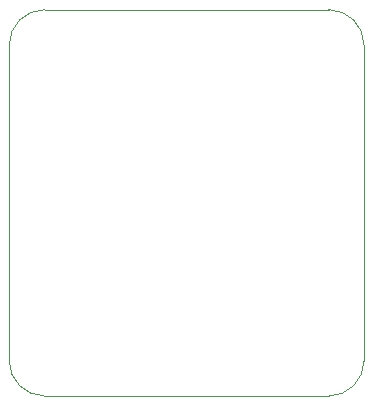
<source format=gbr>
%TF.GenerationSoftware,KiCad,Pcbnew,9.0.3*%
%TF.CreationDate,2025-11-18T21:13:43-05:00*%
%TF.ProjectId,digikey_water-alarm,64696769-6b65-4795-9f77-617465722d61,rev?*%
%TF.SameCoordinates,Original*%
%TF.FileFunction,Profile,NP*%
%FSLAX46Y46*%
G04 Gerber Fmt 4.6, Leading zero omitted, Abs format (unit mm)*
G04 Created by KiCad (PCBNEW 9.0.3) date 2025-11-18 21:13:43*
%MOMM*%
%LPD*%
G01*
G04 APERTURE LIST*
%TA.AperFunction,Profile*%
%ADD10C,0.050000*%
%TD*%
G04 APERTURE END LIST*
D10*
X158747200Y-82397600D02*
G75*
G02*
X161747200Y-85397600I0J-3000000D01*
G01*
X134699000Y-115112800D02*
G75*
G02*
X131699000Y-112112800I0J3000000D01*
G01*
X131699000Y-85397600D02*
G75*
G02*
X134699000Y-82397600I3000000J0D01*
G01*
X131699000Y-112112800D02*
X131699000Y-85397600D01*
X134699000Y-82397600D02*
X158747200Y-82397600D01*
X161747200Y-85397600D02*
X161747200Y-112112800D01*
X161747200Y-112112800D02*
G75*
G02*
X158747200Y-115112800I-3000000J0D01*
G01*
X158747200Y-115112800D02*
X134699000Y-115112800D01*
M02*

</source>
